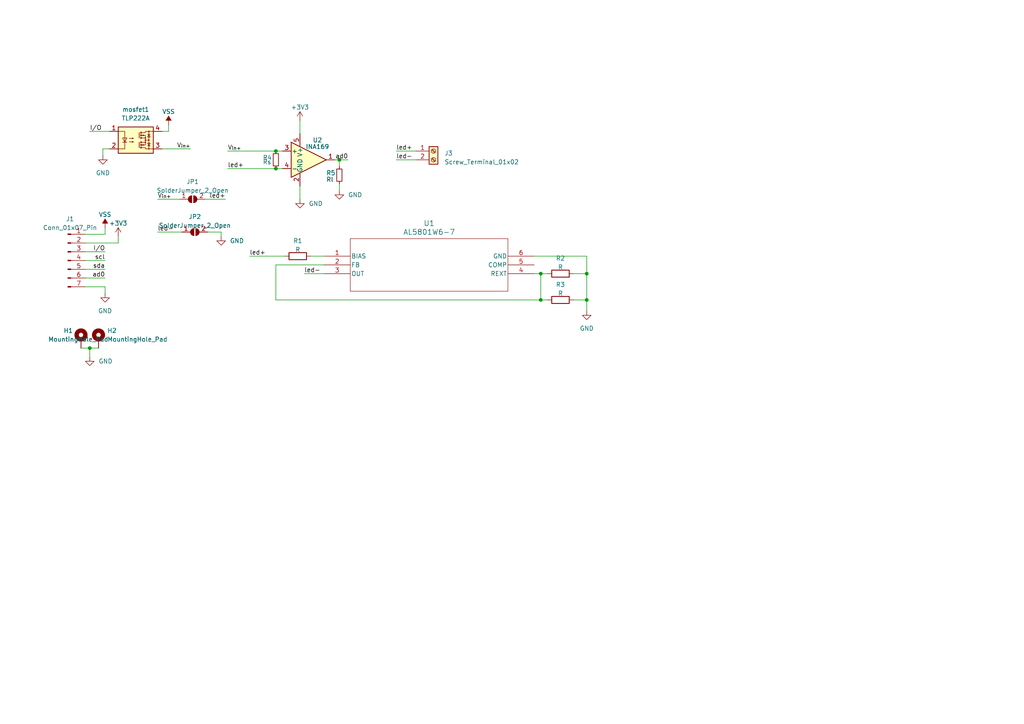
<source format=kicad_sch>
(kicad_sch (version 20230121) (generator eeschema)
  (paper "A4")
  (lib_symbols
    (symbol "Amplifier_Current:INA169" (pin_names (offset 0.127))
      (property "Reference" "U" (at 3.81 5.08 0))
      (property "Value" "INA169" (at 3.81 2.54 0))
      (symbol "INA169_0_1"
        (polyline (pts (xy -5.08 5.08) (xy 5.08 0) (xy -5.08 -5.08) (xy -5.08 5.08)) (stroke (width 0.254)) (fill (type background)))
      )
      (symbol "INA169_1_1"
        (pin output line (at 7.62 0 180) (length 2.54) (name "~") (number "1"))
        (pin power_in line (at -2.54 -7.62 90) (length 3.81) (name "GND") (number "2"))
        (pin input line (at -7.62 2.54 0) (length 2.54) (name "+") (number "3"))
        (pin input line (at -7.62 -2.54 0) (length 2.54) (name "-") (number "4"))
        (pin power_in line (at -2.54 7.62 270) (length 3.81) (name "V+") (number "5"))
      )
    )
    (symbol "Connector:Conn_01x07_Pin" (pin_names (offset 1.016) hide)
      (property "Reference" "J" (at 0 10.16 0))
      (property "Value" "Conn_01x07_Pin" (at 0 -10.16 0))
      (symbol "Conn_01x07_Pin_1_1"
        (polyline (pts (xy 1.27 -7.62) (xy 0.8636 -7.62)) (stroke (width 0.1524)))
        (polyline (pts (xy 1.27 -5.08) (xy 0.8636 -5.08)) (stroke (width 0.1524)))
        (polyline (pts (xy 1.27 -2.54) (xy 0.8636 -2.54)) (stroke (width 0.1524)))
        (polyline (pts (xy 1.27 0) (xy 0.8636 0)) (stroke (width 0.1524)))
        (polyline (pts (xy 1.27 2.54) (xy 0.8636 2.54)) (stroke (width 0.1524)))
        (polyline (pts (xy 1.27 5.08) (xy 0.8636 5.08)) (stroke (width 0.1524)))
        (polyline (pts (xy 1.27 7.62) (xy 0.8636 7.62)) (stroke (width 0.1524)))
        (rectangle (start 0.8636 -7.493) (end 0 -7.747) (stroke (width 0.1524)) (fill (type outline)))
        (rectangle (start 0.8636 -4.953) (end 0 -5.207) (stroke (width 0.1524)) (fill (type outline)))
        (rectangle (start 0.8636 -2.413) (end 0 -2.667) (stroke (width 0.1524)) (fill (type outline)))
        (rectangle (start 0.8636 0.127) (end 0 -0.127) (stroke (width 0.1524)) (fill (type outline)))
        (rectangle (start 0.8636 2.667) (end 0 2.413) (stroke (width 0.1524)) (fill (type outline)))
        (rectangle (start 0.8636 5.207) (end 0 4.953) (stroke (width 0.1524)) (fill (type outline)))
        (rectangle (start 0.8636 7.747) (end 0 7.493) (stroke (width 0.1524)) (fill (type outline)))
        (pin passive line (at 5.08 7.62 180) (length 3.81) (name "Pin_1") (number "1"))
        (pin passive line (at 5.08 5.08 180) (length 3.81) (name "Pin_2") (number "2"))
        (pin passive line (at 5.08 2.54 180) (length 3.81) (name "Pin_3") (number "3"))
        (pin passive line (at 5.08 0 180) (length 3.81) (name "Pin_4") (number "4"))
        (pin passive line (at 5.08 -2.54 180) (length 3.81) (name "Pin_5") (number "5"))
        (pin passive line (at 5.08 -5.08 180) (length 3.81) (name "Pin_6") (number "6"))
        (pin passive line (at 5.08 -7.62 180) (length 3.81) (name "Pin_7") (number "7"))
      )
    )
    (symbol "Connector:Screw_Terminal_01x02" (pin_names (offset 1.016) hide)
      (property "Reference" "J" (at 0 2.54 0))
      (property "Value" "Screw_Terminal_01x02" (at 0 -5.08 0))
      (symbol "Screw_Terminal_01x02_1_1"
        (rectangle (start -1.27 1.27) (end 1.27 -3.81) (stroke (width 0.254)) (fill (type background)))
        (circle (center 0 -2.54) (radius 0.635) (stroke (width 0.1524)))
        (polyline (pts (xy -0.5334 -2.2098) (xy 0.3302 -3.048)) (stroke (width 0.1524)))
        (polyline (pts (xy -0.5334 0.3302) (xy 0.3302 -0.508)) (stroke (width 0.1524)))
        (polyline (pts (xy -0.3556 -2.032) (xy 0.508 -2.8702)) (stroke (width 0.1524)))
        (polyline (pts (xy -0.3556 0.508) (xy 0.508 -0.3302)) (stroke (width 0.1524)))
        (circle (center 0 0) (radius 0.635) (stroke (width 0.1524)))
        (pin passive line (at -5.08 0 0) (length 3.81) (name "Pin_1") (number "1"))
        (pin passive line (at -5.08 -2.54 0) (length 3.81) (name "Pin_2") (number "2"))
      )
    )
    (symbol "Device:R" (pin_numbers hide) (pin_names (offset 0))
      (property "Reference" "R" (at 2.032 0 90))
      (property "Value" "R" (at 0 0 90))
      (symbol "R_0_1"
        (rectangle (start -1.016 -2.54) (end 1.016 2.54) (stroke (width 0.254)))
      )
      (symbol "R_1_1"
        (pin passive line (at 0 3.81 270) (length 1.27) (name "~") (number "1"))
        (pin passive line (at 0 -3.81 90) (length 1.27) (name "~") (number "2"))
      )
    )
    (symbol "Device:R_Small" (pin_numbers hide) (pin_names (offset 0.254) hide)
      (property "Reference" "R" (at 0.762 0.508 0))
      (property "Value" "R_Small" (at 0.762 -1.016 0))
      (symbol "R_Small_0_1"
        (rectangle (start -0.762 1.778) (end 0.762 -1.778) (stroke (width 0.2032)))
      )
      (symbol "R_Small_1_1"
        (pin passive line (at 0 2.54 270) (length 0.762) (name "~") (number "1"))
        (pin passive line (at 0 -2.54 90) (length 0.762) (name "~") (number "2"))
      )
    )
    (symbol "Jumper:SolderJumper_2_Open" (pin_names (offset 0) hide)
      (property "Reference" "JP" (at 0 2.032 0))
      (property "Value" "SolderJumper_2_Open" (at 0 -2.54 0))
      (symbol "SolderJumper_2_Open_0_1"
        (arc (start -0.254 1.016) (mid -1.2656 0) (end -0.254 -1.016))
        (arc (start -0.254 1.016) (mid -1.2656 0) (end -0.254 -1.016) (fill (type outline)))
        (polyline (pts (xy -0.254 1.016) (xy -0.254 -1.016)))
        (polyline (pts (xy 0.254 1.016) (xy 0.254 -1.016)))
        (arc (start 0.254 -1.016) (mid 1.2656 0) (end 0.254 1.016))
        (arc (start 0.254 -1.016) (mid 1.2656 0) (end 0.254 1.016) (fill (type outline)))
      )
      (symbol "SolderJumper_2_Open_1_1"
        (pin passive line (at -3.81 0 0) (length 2.54) (name "A") (number "1"))
        (pin passive line (at 3.81 0 180) (length 2.54) (name "B") (number "2"))
      )
    )
    (symbol "Mechanical:MountingHole_Pad" (pin_numbers hide) (pin_names (offset 1.016) hide)
      (property "Reference" "H" (at 0 6.35 0))
      (property "Value" "MountingHole_Pad" (at 0 4.445 0))
      (symbol "MountingHole_Pad_0_1"
        (circle (center 0 1.27) (radius 1.27) (stroke (width 1.27)))
      )
      (symbol "MountingHole_Pad_1_1"
        (pin input line (at 0 -2.54 90) (length 2.54) (name "1") (number "1"))
      )
    )
    (symbol "Relay_SolidState:TLP222A"
      (property "Reference" "U" (at -5.08 5.08 0))
      (property "Value" "TLP222A" (at 0 5.08 0))
      (symbol "TLP222A_0_1"
        (rectangle (start -5.08 3.81) (end 5.08 -3.81) (stroke (width 0.254)) (fill (type background)))
        (polyline (pts (xy -3.81 -0.635) (xy -2.54 -0.635)))
        (polyline (pts (xy 1.016 -0.635) (xy 1.016 -2.159)) (stroke (width 0.2032)))
        (polyline (pts (xy 1.016 2.159) (xy 1.016 0.635)) (stroke (width 0.2032)))
        (polyline (pts (xy 1.524 -0.508) (xy 1.524 -0.762)) (stroke (width 0.3556)))
        (polyline (pts (xy 2.794 0) (xy 3.81 0)))
        (polyline (pts (xy 3.429 -1.651) (xy 4.191 -1.651)))
        (polyline (pts (xy 3.429 1.651) (xy 4.191 1.651)))
        (polyline (pts (xy 3.81 -2.54) (xy 3.81 2.54)))
        (polyline (pts (xy 1.524 -2.032) (xy 1.524 -2.286) (xy 1.524 -2.286)) (stroke (width 0.3556)))
        (polyline (pts (xy 1.524 -1.27) (xy 1.524 -1.524) (xy 1.524 -1.524)) (stroke (width 0.3556)))
        (polyline (pts (xy 1.524 0.762) (xy 1.524 0.508) (xy 1.524 0.508)) (stroke (width 0.3556)))
        (polyline (pts (xy 1.524 1.524) (xy 1.524 1.27) (xy 1.524 1.27)) (stroke (width 0.3556)))
        (polyline (pts (xy 1.524 2.286) (xy 1.524 2.032) (xy 1.524 2.032)) (stroke (width 0.3556)))
        (polyline (pts (xy 1.651 -1.397) (xy 2.794 -1.397) (xy 2.794 -0.635)))
        (polyline (pts (xy 1.651 1.397) (xy 2.794 1.397) (xy 2.794 0.635)))
        (polyline (pts (xy -5.08 2.54) (xy -3.175 2.54) (xy -3.175 -2.54) (xy -5.08 -2.54)))
        (polyline (pts (xy -3.175 -0.635) (xy -3.81 0.635) (xy -2.54 0.635) (xy -3.175 -0.635)))
        (polyline (pts (xy 1.651 -2.159) (xy 2.794 -2.159) (xy 2.794 -2.54) (xy 5.08 -2.54)))
        (polyline (pts (xy 1.651 -0.635) (xy 2.794 -0.635) (xy 2.794 0.635) (xy 1.651 0.635)))
        (polyline (pts (xy 1.651 2.159) (xy 2.794 2.159) (xy 2.794 2.54) (xy 5.08 2.54)))
        (polyline (pts (xy 1.778 -1.397) (xy 2.286 -1.27) (xy 2.286 -1.524) (xy 1.778 -1.397)))
        (polyline (pts (xy 1.778 1.397) (xy 2.286 1.524) (xy 2.286 1.27) (xy 1.778 1.397)))
        (polyline (pts (xy 3.81 -1.651) (xy 3.429 -0.889) (xy 4.191 -0.889) (xy 3.81 -1.651)))
        (polyline (pts (xy 3.81 1.651) (xy 3.429 0.889) (xy 4.191 0.889) (xy 3.81 1.651)))
        (polyline (pts (xy -1.905 -0.508) (xy -0.635 -0.508) (xy -1.016 -0.635) (xy -1.016 -0.381) (xy -0.635 -0.508)))
        (polyline (pts (xy -1.905 0.508) (xy -0.635 0.508) (xy -1.016 0.381) (xy -1.016 0.635) (xy -0.635 0.508)))
        (circle (center 2.794 -0.635) (radius 0.127))
        (circle (center 2.794 0) (radius 0.127))
        (circle (center 2.794 0.635) (radius 0.127))
        (circle (center 3.81 -2.54) (radius 0.127))
        (circle (center 3.81 0) (radius 0.127))
        (circle (center 3.81 2.54) (radius 0.127))
      )
      (symbol "TLP222A_1_1"
        (pin passive line (at -7.62 2.54 0) (length 2.54) (name "~") (number "1"))
        (pin passive line (at -7.62 -2.54 0) (length 2.54) (name "~") (number "2"))
        (pin passive line (at 7.62 -2.54 180) (length 2.54) (name "~") (number "3"))
        (pin passive line (at 7.62 2.54 180) (length 2.54) (name "~") (number "4"))
      )
    )
    (symbol "own-footprints:AL5801W6-7" (pin_names (offset 0.254))
      (property "Reference" "U" (at 30.48 10.16 0))
      (property "Value" "AL5801W6-7" (at 30.48 7.62 0))
      (symbol "AL5801W6-7_0_1"
        (polyline (pts (xy 7.62 -10.16) (xy 53.34 -10.16)) (stroke (width 0.127)))
        (polyline (pts (xy 7.62 5.08) (xy 7.62 -10.16)) (stroke (width 0.127)))
        (polyline (pts (xy 53.34 -10.16) (xy 53.34 5.08)) (stroke (width 0.127)))
        (polyline (pts (xy 53.34 5.08) (xy 7.62 5.08)) (stroke (width 0.127)))
        (pin output line (at 0 0 0) (length 7.62) (name "BIAS") (number "1"))
        (pin unspecified line (at 0 -2.54 0) (length 7.62) (name "FB") (number "2"))
        (pin output line (at 0 -5.08 0) (length 7.62) (name "OUT") (number "3"))
        (pin unspecified line (at 60.96 -5.08 180) (length 7.62) (name "REXT") (number "4"))
        (pin unspecified line (at 60.96 -2.54 180) (length 7.62) (name "COMP") (number "5"))
        (pin power_in line (at 60.96 0 180) (length 7.62) (name "GND") (number "6"))
      )
    )
    (symbol "power:+3V3" (power) (pin_names (offset 0))
      (property "Value" "+3V3" (at 0 3.556 0))
      (symbol "+3V3_0_1"
        (polyline (pts (xy -0.762 1.27) (xy 0 2.54)))
        (polyline (pts (xy 0 0) (xy 0 2.54)))
        (polyline (pts (xy 0 2.54) (xy 0.762 1.27)))
      )
      (symbol "+3V3_1_1"
        (pin power_in line (at 0 0 90) (length 0) hide (name "+3V3") (number "1"))
      )
    )
    (symbol "power:GND" (power) (pin_names (offset 0))
      (property "Value" "GND" (at 0 -3.81 0))
      (symbol "GND_0_1"
        (polyline (pts (xy 0 0) (xy 0 -1.27) (xy 1.27 -1.27) (xy 0 -2.54) (xy -1.27 -1.27) (xy 0 -1.27)))
      )
      (symbol "GND_1_1"
        (pin power_in line (at 0 0 270) (length 0) hide (name "GND") (number "1"))
      )
    )
    (symbol "power:VSS" (power) (pin_names (offset 0))
      (property "Value" "VSS" (at 0 3.81 0))
      (symbol "VSS_0_1"
        (polyline (pts (xy 0 0) (xy 0 2.54)))
        (polyline (pts (xy 0.762 1.27) (xy -0.762 1.27) (xy 0 2.54) (xy 0.762 1.27)) (fill (type outline)))
      )
      (symbol "VSS_1_1"
        (pin power_in line (at 0 0 90) (length 0) hide (name "VSS") (number "1"))
      )
    )
  )
  (junction (at 170.18 86.995))
  (junction (at 98.425 46.355))
  (junction (at 156.845 79.375))
  (junction (at 170.18 79.375))
  (junction (at 26.035 100.965))
  (junction (at 156.845 86.995))
  (junction (at 80.01 43.815))
  (junction (at 80.01 48.895))
  (wire (pts (xy 24.765 73.025) (xy 30.48 73.025)))
  (wire (pts (xy 114.935 46.355) (xy 120.65 46.355)))
  (wire (pts (xy 24.765 75.565) (xy 30.48 75.565)))
  (wire (pts (xy 30.48 67.945) (xy 24.765 67.945)))
  (wire (pts (xy 72.39 74.295) (xy 82.55 74.295)))
  (wire (pts (xy 34.29 70.485) (xy 24.765 70.485)))
  (wire (pts (xy 45.72 57.785) (xy 52.07 57.785)))
  (wire (pts (xy 30.48 83.185) (xy 24.765 83.185)))
  (wire (pts (xy 60.325 67.31) (xy 64.135 67.31)))
  (wire (pts (xy 34.29 68.58) (xy 34.29 70.485)))
  (wire (pts (xy 26.035 38.1) (xy 31.75 38.1)))
  (wire (pts (xy 48.895 36.195) (xy 48.895 38.1)))
  (wire (pts (xy 31.75 43.18) (xy 29.845 43.18)))
  (wire (pts (xy 154.94 79.375) (xy 156.845 79.375)))
  (wire (pts (xy 80.01 86.995) (xy 156.845 86.995)))
  (wire (pts (xy 166.37 79.375) (xy 170.18 79.375)))
  (wire (pts (xy 24.765 78.105) (xy 30.48 78.105)))
  (wire (pts (xy 156.845 79.375) (xy 156.845 86.995)))
  (wire (pts (xy 48.895 38.1) (xy 46.99 38.1)))
  (wire (pts (xy 80.01 48.895) (xy 81.915 48.895)))
  (wire (pts (xy 97.155 46.355) (xy 98.425 46.355)))
  (wire (pts (xy 24.765 80.645) (xy 30.48 80.645)))
  (wire (pts (xy 170.18 86.995) (xy 170.18 90.17)))
  (wire (pts (xy 80.01 76.835) (xy 80.01 86.995)))
  (wire (pts (xy 88.265 79.375) (xy 93.98 79.375)))
  (wire (pts (xy 86.995 34.925) (xy 86.995 38.735)))
  (wire (pts (xy 46.99 43.18) (xy 55.245 43.18)))
  (wire (pts (xy 26.035 100.965) (xy 28.575 100.965)))
  (wire (pts (xy 98.425 46.355) (xy 100.965 46.355)))
  (wire (pts (xy 80.01 43.815) (xy 81.915 43.815)))
  (wire (pts (xy 156.845 79.375) (xy 158.75 79.375)))
  (wire (pts (xy 23.495 100.965) (xy 26.035 100.965)))
  (wire (pts (xy 166.37 86.995) (xy 170.18 86.995)))
  (wire (pts (xy 170.18 79.375) (xy 170.18 86.995)))
  (wire (pts (xy 45.72 67.31) (xy 52.705 67.31)))
  (wire (pts (xy 90.17 74.295) (xy 93.98 74.295)))
  (wire (pts (xy 30.48 85.09) (xy 30.48 83.185)))
  (wire (pts (xy 114.935 43.815) (xy 120.65 43.815)))
  (wire (pts (xy 30.48 66.04) (xy 30.48 67.945)))
  (wire (pts (xy 98.425 46.355) (xy 98.425 48.26)))
  (wire (pts (xy 66.04 48.895) (xy 80.01 48.895)))
  (wire (pts (xy 29.845 43.18) (xy 29.845 45.085)))
  (wire (pts (xy 26.035 100.965) (xy 26.035 103.505)))
  (wire (pts (xy 170.18 74.295) (xy 170.18 79.375)))
  (wire (pts (xy 59.69 57.785) (xy 65.405 57.785)))
  (wire (pts (xy 154.94 74.295) (xy 170.18 74.295)))
  (wire (pts (xy 86.995 53.975) (xy 86.995 57.785)))
  (wire (pts (xy 98.425 53.34) (xy 98.425 55.245)))
  (wire (pts (xy 93.98 76.835) (xy 80.01 76.835)))
  (wire (pts (xy 156.845 86.995) (xy 158.75 86.995)))
  (wire (pts (xy 64.135 67.31) (xy 64.135 68.58)))
  (wire (pts (xy 66.04 43.815) (xy 80.01 43.815)))
  (label "led-" (at 88.265 79.375 0))
  (label "ad0" (at 30.48 80.645 180))
  (label "led+" (at 65.405 57.785 180))
  (label "led+" (at 114.935 43.815 0))
  (label "scl" (at 30.48 75.565 180))
  (label "V_{in+}" (at 66.04 43.815 0))
  (label "V_{in+}" (at 45.72 57.785 0))
  (label "I{slash}O" (at 26.035 38.1 0))
  (label "V_{in+}" (at 55.245 43.18 180))
  (label "ad0" (at 100.965 46.355 180))
  (label "sda" (at 30.48 78.105 180))
  (label "led-" (at 114.935 46.355 0))
  (label "I{slash}O" (at 30.48 73.025 180))
  (label "led-" (at 45.72 67.31 0))
  (label "led+" (at 66.04 48.895 0))
  (label "led+" (at 72.39 74.295 0))
  (symbol (lib_id "Jumper:SolderJumper_2_Open") (at 56.515 67.31 0) (unit 1)
    (property "Reference" "JP2" (at 56.515 62.865 0))
    (property "Value" "SolderJumper_2_Open" (at 56.515 65.405 0))
    (property "Footprint" "Jumper:SolderJumper-2_P1.3mm_Open_Pad1.0x1.5mm" (effects hide))
  )
  (symbol (lib_id "Jumper:SolderJumper_2_Open") (at 55.88 57.785 0) (unit 1)
    (property "Reference" "JP1" (at 55.88 52.705 0))
    (property "Value" "SolderJumper_2_Open" (at 55.88 55.245 0))
    (property "Footprint" "Jumper:SolderJumper-2_P1.3mm_Open_Pad1.0x1.5mm" (effects hide))
  )
  (symbol (lib_id "power:GND") (at 170.18 90.17 0) (unit 1)
    (property "Reference" "#PWR01" (effects hide))
    (property "Value" "GND" (at 170.18 95.25 0))
  )
  (symbol (lib_id "power:VSS") (at 30.48 66.04 0) (unit 1)
    (property "Reference" "#PWR03" (effects hide))
    (property "Value" "VSS" (at 30.48 62.23 0))
  )
  (symbol (lib_id "Device:R") (at 86.36 74.295 90) (unit 1)
    (property "Reference" "R1" (at 86.36 69.85 90))
    (property "Value" "R" (at 86.36 72.39 90))
    (property "Footprint" "Resistor_SMD:R_0805_2012Metric_Pad1.20x1.40mm_HandSolder" (effects hide))
  )
  (symbol (lib_id "Relay_SolidState:TLP222A") (at 39.37 40.64 0) (unit 1)
    (property "Reference" "mosfet1" (at 39.37 31.75 0))
    (property "Value" "TLP222A" (at 39.37 34.29 0))
    (property "Footprint" "own-footprints:AQY211EHAZ" (effects hide))
    (property "Datasheet" "https://toshiba.semicon-storage.com/info/docget.jsp?did=17036&prodName=TLP222A" (effects hide))
  )
  (symbol (lib_id "Connector:Conn_01x07_Pin") (at 19.685 75.565 0) (unit 1)
    (property "Reference" "J1" (at 20.32 63.5 0))
    (property "Value" "Conn_01x07_Pin" (at 20.32 66.04 0))
    (property "Footprint" "Connector_PinHeader_2.54mm:PinHeader_1x07_P2.54mm_Vertical" (effects hide))
  )
  (symbol (lib_id "Amplifier_Current:INA169") (at 89.535 46.355 0) (unit 1)
    (property "Reference" "U2" (at 92.075 40.64 0))
    (property "Value" "INA169" (at 92.075 42.545 0))
    (property "Footprint" "Package_TO_SOT_SMD:SOT-23-5" (effects hide))
    (property "Datasheet" "http://www.ti.com/lit/ds/symlink/ina169.pdf" (effects hide))
  )
  (symbol (lib_id "power:GND") (at 86.995 57.785 0) (unit 1)
    (property "Reference" "#PWR09" (effects hide))
    (property "Value" "GND" (at 89.535 59.0549 0) (effects (justify left)))
  )
  (symbol (lib_id "Device:R") (at 162.56 79.375 90) (unit 1)
    (property "Reference" "R2" (at 162.56 74.93 90))
    (property "Value" "R" (at 162.56 77.47 90))
    (property "Footprint" "Resistor_SMD:R_0805_2012Metric_Pad1.20x1.40mm_HandSolder" (effects hide))
  )
  (symbol (lib_id "power:GND") (at 30.48 85.09 0) (unit 1)
    (property "Reference" "#PWR04" (effects hide))
    (property "Value" "GND" (at 30.48 90.17 0))
  )
  (symbol (lib_id "Mechanical:MountingHole_Pad") (at 28.575 98.425 0) (unit 1)
    (property "Reference" "H2" (at 31.115 95.8849 0) (effects (justify left)))
    (property "Value" "MountingHole_Pad" (at 31.115 98.4249 0) (effects (justify left)))
    (property "Footprint" "MountingHole:MountingHole_2.5mm" (effects hide))
  )
  (symbol (lib_id "power:+3V3") (at 34.29 68.58 0) (unit 1)
    (property "Reference" "#PWR05" (effects hide))
    (property "Value" "+3V3" (at 34.29 64.77 0))
  )
  (symbol (lib_id "Device:R_Small") (at 98.425 50.8 180) (unit 1)
    (property "Reference" "R5" (at 94.615 50.165 0) (effects (justify right)))
    (property "Value" "Rl" (at 94.615 52.07 0) (effects (justify right)))
    (property "Footprint" "Resistor_SMD:R_0805_2012Metric_Pad1.20x1.40mm_HandSolder" (effects hide))
  )
  (symbol (lib_id "power:GND") (at 98.425 55.245 0) (unit 1)
    (property "Reference" "#PWR08" (effects hide))
    (property "Value" "GND" (at 100.965 56.5149 0) (effects (justify left)))
  )
  (symbol (lib_id "power:GND") (at 26.035 103.505 0) (unit 1)
    (property "Reference" "#PWR011" (effects hide))
    (property "Value" "GND" (at 28.575 104.7749 0) (effects (justify left)))
  )
  (symbol (lib_id "Device:R") (at 162.56 86.995 90) (unit 1)
    (property "Reference" "R3" (at 162.56 82.55 90))
    (property "Value" "R" (at 162.56 85.09 90))
    (property "Footprint" "Resistor_SMD:R_0805_2012Metric_Pad1.20x1.40mm_HandSolder" (effects hide))
  )
  (symbol (lib_id "own-footprints:AL5801W6-7") (at 93.98 74.295 0) (unit 1)
    (property "Reference" "U1" (at 124.46 64.77 0) (effects (font (size 1.524 1.524))))
    (property "Value" "AL5801W6-7" (at 124.46 67.31 0) (effects (font (size 1.524 1.524))))
    (property "Footprint" "own-footprints:AL5801" (effects hide))
    (property "Datasheet" "AL5801W6-7" (effects hide))
  )
  (symbol (lib_id "power:VSS") (at 48.895 36.195 0) (unit 1)
    (property "Reference" "#PWR07" (effects hide))
    (property "Value" "VSS" (at 48.895 32.385 0))
  )
  (symbol (lib_id "power:+3V3") (at 86.995 34.925 0) (unit 1)
    (property "Reference" "#PWR02" (effects hide))
    (property "Value" "+3V3" (at 86.995 31.115 0))
  )
  (symbol (lib_id "power:GND") (at 64.135 68.58 0) (unit 1)
    (property "Reference" "#PWR010" (effects hide))
    (property "Value" "GND" (at 66.675 69.8499 0) (effects (justify left)))
  )
  (symbol (lib_id "Device:R_Small") (at 80.01 46.355 180) (unit 1)
    (property "Reference" "R4" (at 76.2 45.72 0) (effects (justify right)))
    (property "Value" "Rs" (at 76.2 46.99 0) (effects (justify right)))
    (property "Footprint" "Resistor_SMD:R_2512_6332Metric_Pad1.40x3.35mm_HandSolder" (effects hide))
  )
  (symbol (lib_id "Connector:Screw_Terminal_01x02") (at 125.73 43.815 0) (unit 1)
    (property "Reference" "J3" (at 128.905 44.45 0) (effects (justify left)))
    (property "Value" "Screw_Terminal_01x02" (at 128.905 46.99 0) (effects (justify left)))
    (property "Footprint" "TerminalBlock_Phoenix:TerminalBlock_Phoenix_PT-1,5-2-5.0-H_1x02_P5.00mm_Horizontal" (effects hide))
  )
  (symbol (lib_id "power:GND") (at 29.845 45.085 0) (unit 1)
    (property "Reference" "#PWR06" (effects hide))
    (property "Value" "GND" (at 29.845 50.165 0))
  )
  (symbol (lib_id "Mechanical:MountingHole_Pad") (at 23.495 98.425 0) (unit 1)
    (property "Reference" "H1" (at 18.415 95.885 0) (effects (justify left)))
    (property "Value" "MountingHole_Pad" (at 13.97 98.425 0) (effects (justify left)))
    (property "Footprint" "MountingHole:MountingHole_2.5mm" (effects hide))
  )
)
</source>
